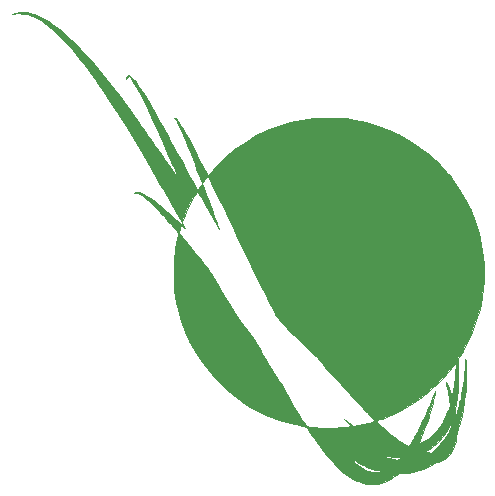
<source format=gbr>
G04 #@! TF.GenerationSoftware,KiCad,Pcbnew,(5.0.2)-1*
G04 #@! TF.CreationDate,2019-12-13T17:07:51-06:00*
G04 #@! TF.ProjectId,Arm-EStop_Hardware,41726d2d-4553-4746-9f70-5f4861726477,rev?*
G04 #@! TF.SameCoordinates,Original*
G04 #@! TF.FileFunction,Legend,Bot*
G04 #@! TF.FilePolarity,Positive*
%FSLAX46Y46*%
G04 Gerber Fmt 4.6, Leading zero omitted, Abs format (unit mm)*
G04 Created by KiCad (PCBNEW (5.0.2)-1) date 12/13/2019 5:07:51 PM*
%MOMM*%
%LPD*%
G01*
G04 APERTURE LIST*
%ADD10C,0.010000*%
G04 APERTURE END LIST*
D10*
G04 #@! TO.C,G\002A\002A\002A*
G36*
X158712008Y-91024022D02*
X158450186Y-91061784D01*
X158237011Y-91123759D01*
X158204495Y-91137838D01*
X158074000Y-91198310D01*
X158194000Y-91178011D01*
X158611646Y-91131171D01*
X159002836Y-91134290D01*
X159349802Y-91187174D01*
X159364128Y-91190730D01*
X159768451Y-91323694D01*
X160189782Y-91522936D01*
X160629558Y-91789625D01*
X161089219Y-92124932D01*
X161570199Y-92530026D01*
X162073937Y-93006076D01*
X162601870Y-93554254D01*
X163155434Y-94175728D01*
X163431277Y-94501138D01*
X163686830Y-94809781D01*
X163930974Y-95110754D01*
X164167534Y-95409587D01*
X164400337Y-95711812D01*
X164633207Y-96022959D01*
X164869972Y-96348558D01*
X165114456Y-96694140D01*
X165370487Y-97065235D01*
X165641889Y-97467374D01*
X165932489Y-97906088D01*
X166246113Y-98386908D01*
X166586586Y-98915362D01*
X166957734Y-99496983D01*
X167363384Y-100137301D01*
X167704280Y-100678000D01*
X168481659Y-101931579D01*
X169229356Y-103174320D01*
X169935351Y-104386163D01*
X170113031Y-104698000D01*
X170273607Y-104979740D01*
X170459639Y-105303781D01*
X170655812Y-105643592D01*
X170846812Y-105972643D01*
X171014400Y-106259425D01*
X171181320Y-106545561D01*
X171364422Y-106862441D01*
X171549575Y-107185410D01*
X171722646Y-107489813D01*
X171869505Y-107750997D01*
X171874204Y-107759425D01*
X172000858Y-107986273D01*
X172121012Y-108200758D01*
X172226670Y-108388665D01*
X172309839Y-108535778D01*
X172362525Y-108627880D01*
X172364184Y-108630732D01*
X172464805Y-108803465D01*
X172620092Y-108390732D01*
X172701540Y-108186609D01*
X172802800Y-107952175D01*
X172918792Y-107697397D01*
X173044437Y-107432240D01*
X173174655Y-107166671D01*
X173304365Y-106910656D01*
X173428488Y-106674161D01*
X173541943Y-106467151D01*
X173639650Y-106299593D01*
X173716530Y-106181452D01*
X173767503Y-106122696D01*
X173778577Y-106118000D01*
X173805454Y-106151442D01*
X173863149Y-106244177D01*
X173945006Y-106384815D01*
X174044370Y-106561970D01*
X174135057Y-106728000D01*
X174281488Y-106998105D01*
X174438507Y-107285897D01*
X174601333Y-107582778D01*
X174765182Y-107880152D01*
X174925274Y-108169425D01*
X175076825Y-108441999D01*
X175215055Y-108689280D01*
X175335181Y-108902670D01*
X175432421Y-109073575D01*
X175501993Y-109193398D01*
X175539114Y-109253544D01*
X175542529Y-109258000D01*
X175545304Y-109240441D01*
X175524042Y-109161577D01*
X175482785Y-109035015D01*
X175441524Y-108918000D01*
X175341317Y-108642664D01*
X175229929Y-108338929D01*
X175110543Y-108015274D01*
X174986342Y-107680180D01*
X174860511Y-107342127D01*
X174736234Y-107009594D01*
X174616694Y-106691062D01*
X174505075Y-106395011D01*
X174404561Y-106129920D01*
X174318336Y-105904270D01*
X174249583Y-105726541D01*
X174201486Y-105605212D01*
X174177229Y-105548764D01*
X174175514Y-105546000D01*
X174141775Y-105561642D01*
X174078495Y-105631662D01*
X173997791Y-105742142D01*
X173975303Y-105776000D01*
X173891869Y-105899312D01*
X173823866Y-105991102D01*
X173783463Y-106035174D01*
X173779302Y-106036856D01*
X173753976Y-106002804D01*
X173697041Y-105908050D01*
X173614188Y-105762664D01*
X173511112Y-105576712D01*
X173393505Y-105360265D01*
X173334000Y-105249312D01*
X173193870Y-104988403D01*
X173026096Y-104678389D01*
X172841998Y-104340040D01*
X172652891Y-103994122D01*
X172470095Y-103661404D01*
X172359139Y-103460456D01*
X172198075Y-103168970D01*
X172008877Y-102825749D01*
X171801714Y-102449292D01*
X171586756Y-102058096D01*
X171374172Y-101670662D01*
X171174132Y-101305487D01*
X171104393Y-101178000D01*
X170780274Y-100589935D01*
X170461913Y-100021471D01*
X170152759Y-99478393D01*
X169856261Y-98966486D01*
X169575867Y-98491535D01*
X169315026Y-98059328D01*
X169077186Y-97675648D01*
X168865796Y-97346281D01*
X168684306Y-97077013D01*
X168547221Y-96888014D01*
X168355200Y-96656477D01*
X168183944Y-96490004D01*
X168036290Y-96390182D01*
X167915076Y-96358593D01*
X167823142Y-96396824D01*
X167780421Y-96459882D01*
X167740822Y-96566731D01*
X167734007Y-96629550D01*
X167756543Y-96637938D01*
X167804996Y-96581499D01*
X167815220Y-96565273D01*
X167892407Y-96471520D01*
X167964121Y-96445317D01*
X167965071Y-96445487D01*
X168040244Y-96493470D01*
X168144357Y-96613286D01*
X168276145Y-96802693D01*
X168434342Y-97059443D01*
X168617685Y-97381294D01*
X168824907Y-97766000D01*
X169054743Y-98211316D01*
X169305930Y-98714998D01*
X169577201Y-99274801D01*
X169674012Y-99478000D01*
X169769354Y-99681159D01*
X169885724Y-99932809D01*
X170020193Y-100226366D01*
X170169834Y-100555247D01*
X170331718Y-100912869D01*
X170502918Y-101292650D01*
X170680505Y-101688005D01*
X170861551Y-102092353D01*
X171043129Y-102499109D01*
X171222310Y-102901691D01*
X171396166Y-103293515D01*
X171561769Y-103667999D01*
X171716191Y-104018560D01*
X171856504Y-104338614D01*
X171979780Y-104621578D01*
X172083090Y-104860869D01*
X172163508Y-105049905D01*
X172218104Y-105182102D01*
X172243951Y-105250876D01*
X172245466Y-105259345D01*
X172220977Y-105230723D01*
X172158266Y-105144473D01*
X172063537Y-105009499D01*
X171942992Y-104834705D01*
X171802836Y-104628994D01*
X171694000Y-104467834D01*
X171512571Y-104199895D01*
X171297775Y-103885501D01*
X171055095Y-103532486D01*
X170790014Y-103148684D01*
X170508015Y-102741927D01*
X170214580Y-102320048D01*
X169915192Y-101890881D01*
X169615333Y-101462258D01*
X169320487Y-101042014D01*
X169036135Y-100637980D01*
X168767761Y-100257990D01*
X168520847Y-99909877D01*
X168300876Y-99601475D01*
X168113331Y-99340616D01*
X167963694Y-99135134D01*
X167921478Y-99078000D01*
X167191298Y-98107070D01*
X166494956Y-97206332D01*
X165830944Y-96374212D01*
X165197752Y-95609136D01*
X164593869Y-94909530D01*
X164017787Y-94273818D01*
X163467995Y-93700427D01*
X162942983Y-93187783D01*
X162441243Y-92734311D01*
X161961263Y-92338437D01*
X161501534Y-91998586D01*
X161060546Y-91713185D01*
X160636790Y-91480659D01*
X160634000Y-91479273D01*
X160318126Y-91328521D01*
X160049282Y-91215353D01*
X159807775Y-91133216D01*
X159573914Y-91075556D01*
X159328006Y-91035822D01*
X159285759Y-91030635D01*
X158998519Y-91012847D01*
X158712008Y-91024022D01*
X158712008Y-91024022D01*
G37*
X158712008Y-91024022D02*
X158450186Y-91061784D01*
X158237011Y-91123759D01*
X158204495Y-91137838D01*
X158074000Y-91198310D01*
X158194000Y-91178011D01*
X158611646Y-91131171D01*
X159002836Y-91134290D01*
X159349802Y-91187174D01*
X159364128Y-91190730D01*
X159768451Y-91323694D01*
X160189782Y-91522936D01*
X160629558Y-91789625D01*
X161089219Y-92124932D01*
X161570199Y-92530026D01*
X162073937Y-93006076D01*
X162601870Y-93554254D01*
X163155434Y-94175728D01*
X163431277Y-94501138D01*
X163686830Y-94809781D01*
X163930974Y-95110754D01*
X164167534Y-95409587D01*
X164400337Y-95711812D01*
X164633207Y-96022959D01*
X164869972Y-96348558D01*
X165114456Y-96694140D01*
X165370487Y-97065235D01*
X165641889Y-97467374D01*
X165932489Y-97906088D01*
X166246113Y-98386908D01*
X166586586Y-98915362D01*
X166957734Y-99496983D01*
X167363384Y-100137301D01*
X167704280Y-100678000D01*
X168481659Y-101931579D01*
X169229356Y-103174320D01*
X169935351Y-104386163D01*
X170113031Y-104698000D01*
X170273607Y-104979740D01*
X170459639Y-105303781D01*
X170655812Y-105643592D01*
X170846812Y-105972643D01*
X171014400Y-106259425D01*
X171181320Y-106545561D01*
X171364422Y-106862441D01*
X171549575Y-107185410D01*
X171722646Y-107489813D01*
X171869505Y-107750997D01*
X171874204Y-107759425D01*
X172000858Y-107986273D01*
X172121012Y-108200758D01*
X172226670Y-108388665D01*
X172309839Y-108535778D01*
X172362525Y-108627880D01*
X172364184Y-108630732D01*
X172464805Y-108803465D01*
X172620092Y-108390732D01*
X172701540Y-108186609D01*
X172802800Y-107952175D01*
X172918792Y-107697397D01*
X173044437Y-107432240D01*
X173174655Y-107166671D01*
X173304365Y-106910656D01*
X173428488Y-106674161D01*
X173541943Y-106467151D01*
X173639650Y-106299593D01*
X173716530Y-106181452D01*
X173767503Y-106122696D01*
X173778577Y-106118000D01*
X173805454Y-106151442D01*
X173863149Y-106244177D01*
X173945006Y-106384815D01*
X174044370Y-106561970D01*
X174135057Y-106728000D01*
X174281488Y-106998105D01*
X174438507Y-107285897D01*
X174601333Y-107582778D01*
X174765182Y-107880152D01*
X174925274Y-108169425D01*
X175076825Y-108441999D01*
X175215055Y-108689280D01*
X175335181Y-108902670D01*
X175432421Y-109073575D01*
X175501993Y-109193398D01*
X175539114Y-109253544D01*
X175542529Y-109258000D01*
X175545304Y-109240441D01*
X175524042Y-109161577D01*
X175482785Y-109035015D01*
X175441524Y-108918000D01*
X175341317Y-108642664D01*
X175229929Y-108338929D01*
X175110543Y-108015274D01*
X174986342Y-107680180D01*
X174860511Y-107342127D01*
X174736234Y-107009594D01*
X174616694Y-106691062D01*
X174505075Y-106395011D01*
X174404561Y-106129920D01*
X174318336Y-105904270D01*
X174249583Y-105726541D01*
X174201486Y-105605212D01*
X174177229Y-105548764D01*
X174175514Y-105546000D01*
X174141775Y-105561642D01*
X174078495Y-105631662D01*
X173997791Y-105742142D01*
X173975303Y-105776000D01*
X173891869Y-105899312D01*
X173823866Y-105991102D01*
X173783463Y-106035174D01*
X173779302Y-106036856D01*
X173753976Y-106002804D01*
X173697041Y-105908050D01*
X173614188Y-105762664D01*
X173511112Y-105576712D01*
X173393505Y-105360265D01*
X173334000Y-105249312D01*
X173193870Y-104988403D01*
X173026096Y-104678389D01*
X172841998Y-104340040D01*
X172652891Y-103994122D01*
X172470095Y-103661404D01*
X172359139Y-103460456D01*
X172198075Y-103168970D01*
X172008877Y-102825749D01*
X171801714Y-102449292D01*
X171586756Y-102058096D01*
X171374172Y-101670662D01*
X171174132Y-101305487D01*
X171104393Y-101178000D01*
X170780274Y-100589935D01*
X170461913Y-100021471D01*
X170152759Y-99478393D01*
X169856261Y-98966486D01*
X169575867Y-98491535D01*
X169315026Y-98059328D01*
X169077186Y-97675648D01*
X168865796Y-97346281D01*
X168684306Y-97077013D01*
X168547221Y-96888014D01*
X168355200Y-96656477D01*
X168183944Y-96490004D01*
X168036290Y-96390182D01*
X167915076Y-96358593D01*
X167823142Y-96396824D01*
X167780421Y-96459882D01*
X167740822Y-96566731D01*
X167734007Y-96629550D01*
X167756543Y-96637938D01*
X167804996Y-96581499D01*
X167815220Y-96565273D01*
X167892407Y-96471520D01*
X167964121Y-96445317D01*
X167965071Y-96445487D01*
X168040244Y-96493470D01*
X168144357Y-96613286D01*
X168276145Y-96802693D01*
X168434342Y-97059443D01*
X168617685Y-97381294D01*
X168824907Y-97766000D01*
X169054743Y-98211316D01*
X169305930Y-98714998D01*
X169577201Y-99274801D01*
X169674012Y-99478000D01*
X169769354Y-99681159D01*
X169885724Y-99932809D01*
X170020193Y-100226366D01*
X170169834Y-100555247D01*
X170331718Y-100912869D01*
X170502918Y-101292650D01*
X170680505Y-101688005D01*
X170861551Y-102092353D01*
X171043129Y-102499109D01*
X171222310Y-102901691D01*
X171396166Y-103293515D01*
X171561769Y-103667999D01*
X171716191Y-104018560D01*
X171856504Y-104338614D01*
X171979780Y-104621578D01*
X172083090Y-104860869D01*
X172163508Y-105049905D01*
X172218104Y-105182102D01*
X172243951Y-105250876D01*
X172245466Y-105259345D01*
X172220977Y-105230723D01*
X172158266Y-105144473D01*
X172063537Y-105009499D01*
X171942992Y-104834705D01*
X171802836Y-104628994D01*
X171694000Y-104467834D01*
X171512571Y-104199895D01*
X171297775Y-103885501D01*
X171055095Y-103532486D01*
X170790014Y-103148684D01*
X170508015Y-102741927D01*
X170214580Y-102320048D01*
X169915192Y-101890881D01*
X169615333Y-101462258D01*
X169320487Y-101042014D01*
X169036135Y-100637980D01*
X168767761Y-100257990D01*
X168520847Y-99909877D01*
X168300876Y-99601475D01*
X168113331Y-99340616D01*
X167963694Y-99135134D01*
X167921478Y-99078000D01*
X167191298Y-98107070D01*
X166494956Y-97206332D01*
X165830944Y-96374212D01*
X165197752Y-95609136D01*
X164593869Y-94909530D01*
X164017787Y-94273818D01*
X163467995Y-93700427D01*
X162942983Y-93187783D01*
X162441243Y-92734311D01*
X161961263Y-92338437D01*
X161501534Y-91998586D01*
X161060546Y-91713185D01*
X160636790Y-91480659D01*
X160634000Y-91479273D01*
X160318126Y-91328521D01*
X160049282Y-91215353D01*
X159807775Y-91133216D01*
X159573914Y-91075556D01*
X159328006Y-91035822D01*
X159285759Y-91030635D01*
X158998519Y-91012847D01*
X158712008Y-91024022D01*
G36*
X175574000Y-109338000D02*
X175594000Y-109358000D01*
X175614000Y-109338000D01*
X175594000Y-109318000D01*
X175574000Y-109338000D01*
X175574000Y-109338000D01*
G37*
X175574000Y-109338000D02*
X175594000Y-109358000D01*
X175614000Y-109338000D01*
X175594000Y-109318000D01*
X175574000Y-109338000D01*
G36*
X171821220Y-99941799D02*
X171842167Y-99990011D01*
X171910287Y-100092570D01*
X171949369Y-100147907D01*
X172022480Y-100255826D01*
X172094113Y-100374280D01*
X172168763Y-100512743D01*
X172250925Y-100680687D01*
X172345095Y-100887585D01*
X172455766Y-101142909D01*
X172587435Y-101456132D01*
X172704657Y-101739570D01*
X172804350Y-101984307D01*
X172927307Y-102290193D01*
X173068195Y-102643662D01*
X173221684Y-103031147D01*
X173382443Y-103439081D01*
X173545142Y-103853897D01*
X173704449Y-104262030D01*
X173855035Y-104649912D01*
X173991567Y-105003977D01*
X174108717Y-105310658D01*
X174132027Y-105372187D01*
X174175205Y-105486375D01*
X174399567Y-105179152D01*
X174498766Y-105050708D01*
X174582531Y-104955881D01*
X174639270Y-104907091D01*
X174655411Y-104904964D01*
X174677795Y-104945802D01*
X174731900Y-105052650D01*
X174814752Y-105219435D01*
X174923380Y-105440080D01*
X175054811Y-105708511D01*
X175206074Y-106018651D01*
X175374196Y-106364427D01*
X175556206Y-106739762D01*
X175749131Y-107138582D01*
X175826121Y-107298000D01*
X176269371Y-108215694D01*
X176680681Y-109066112D01*
X177062480Y-109854219D01*
X177417195Y-110584980D01*
X177747255Y-111263361D01*
X178055088Y-111894326D01*
X178343124Y-112482842D01*
X178613790Y-113033872D01*
X178869514Y-113552382D01*
X179112725Y-114043338D01*
X179345852Y-114511704D01*
X179571323Y-114962446D01*
X179699666Y-115218000D01*
X179873613Y-115565912D01*
X180022149Y-115864996D01*
X180150556Y-116122118D01*
X180264116Y-116344147D01*
X180368114Y-116537950D01*
X180467830Y-116710394D01*
X180568548Y-116868346D01*
X180675551Y-117018674D01*
X180794121Y-117168246D01*
X180929541Y-117323928D01*
X181087093Y-117492589D01*
X181272061Y-117681096D01*
X181489727Y-117896315D01*
X181745373Y-118145116D01*
X182044282Y-118434364D01*
X182391738Y-118770928D01*
X182554000Y-118928615D01*
X182846678Y-119214996D01*
X183133017Y-119498172D01*
X183405545Y-119770549D01*
X183656792Y-120024532D01*
X183879287Y-120252527D01*
X184065557Y-120446937D01*
X184208131Y-120600169D01*
X184291123Y-120694445D01*
X184516832Y-120959830D01*
X184790528Y-121273635D01*
X185104209Y-121627143D01*
X185449867Y-122011633D01*
X185819500Y-122418388D01*
X186205102Y-122838691D01*
X186598668Y-123263822D01*
X186992194Y-123685063D01*
X187377674Y-124093696D01*
X187747104Y-124481003D01*
X188092480Y-124838265D01*
X188148994Y-124896171D01*
X188340133Y-125092268D01*
X188510797Y-125268426D01*
X188653611Y-125416943D01*
X188761197Y-125530118D01*
X188826181Y-125600250D01*
X188842496Y-125620242D01*
X188793331Y-125637759D01*
X188681937Y-125669807D01*
X188523912Y-125712410D01*
X188334856Y-125761593D01*
X188130370Y-125813377D01*
X187926052Y-125863787D01*
X187737503Y-125908847D01*
X187580322Y-125944579D01*
X187519597Y-125957455D01*
X187262703Y-126005895D01*
X187076007Y-126031406D01*
X186953205Y-126034458D01*
X186887992Y-126015516D01*
X186878335Y-126005013D01*
X186840119Y-125967309D01*
X186753647Y-125892374D01*
X186633432Y-125792578D01*
X186545975Y-125721763D01*
X186234000Y-125471499D01*
X186549673Y-125769233D01*
X186865346Y-126066968D01*
X186729673Y-126091249D01*
X186489197Y-126126031D01*
X186200969Y-126154206D01*
X185875911Y-126175854D01*
X185524943Y-126191055D01*
X185158987Y-126199888D01*
X184788964Y-126202434D01*
X184425794Y-126198772D01*
X184080398Y-126188983D01*
X183763698Y-126173146D01*
X183486615Y-126151341D01*
X183260069Y-126123649D01*
X183094981Y-126090149D01*
X183023451Y-126064118D01*
X182977712Y-126016925D01*
X182896759Y-125907246D01*
X182784904Y-125742149D01*
X182646461Y-125528699D01*
X182485744Y-125273965D01*
X182307066Y-124985012D01*
X182114742Y-124668908D01*
X181913084Y-124332719D01*
X181706407Y-123983511D01*
X181499023Y-123628353D01*
X181295248Y-123274309D01*
X181099393Y-122928447D01*
X180993134Y-122738000D01*
X180824517Y-122439126D01*
X180643422Y-122127091D01*
X180460406Y-121819473D01*
X180286026Y-121533850D01*
X180130839Y-121287799D01*
X180032173Y-121138000D01*
X179884553Y-120912595D01*
X179713115Y-120638739D01*
X179531355Y-120338744D01*
X179352770Y-120034924D01*
X179190856Y-119749592D01*
X179174657Y-119720317D01*
X178975869Y-119369120D01*
X178780389Y-119044532D01*
X178574155Y-118724732D01*
X178343108Y-118387901D01*
X178079099Y-118020317D01*
X177513748Y-117230416D01*
X176979508Y-116449998D01*
X176463960Y-115659815D01*
X175954684Y-114840619D01*
X175439261Y-113973165D01*
X175199753Y-113558000D01*
X175056035Y-113311039D01*
X174925254Y-113097866D01*
X174795622Y-112901778D01*
X174655350Y-112706070D01*
X174492651Y-112494039D01*
X174295737Y-112248980D01*
X174155319Y-112078000D01*
X173961522Y-111842923D01*
X173768754Y-111608441D01*
X173587946Y-111387898D01*
X173430029Y-111194640D01*
X173305934Y-111042009D01*
X173254278Y-110978000D01*
X173129962Y-110824856D01*
X172972563Y-110633363D01*
X172800782Y-110426152D01*
X172633317Y-110225853D01*
X172605629Y-110192939D01*
X172469278Y-110027837D01*
X172353579Y-109881672D01*
X172267571Y-109766346D01*
X172220292Y-109693759D01*
X172214000Y-109677251D01*
X172224672Y-109617184D01*
X172252131Y-109508020D01*
X172289546Y-109373270D01*
X172330084Y-109236446D01*
X172366913Y-109121059D01*
X172393201Y-109050621D01*
X172399039Y-109040494D01*
X172433965Y-109056691D01*
X172509018Y-109116132D01*
X172602097Y-109200494D01*
X172694408Y-109283680D01*
X172737622Y-109311243D01*
X172729243Y-109281637D01*
X172727039Y-109278000D01*
X172671116Y-109180760D01*
X172602316Y-109053047D01*
X172575172Y-109000557D01*
X172520586Y-108897953D01*
X172487108Y-108858112D01*
X172460749Y-108871906D01*
X172437785Y-108910928D01*
X172416257Y-108943656D01*
X172389068Y-108954871D01*
X172345936Y-108938145D01*
X172276579Y-108887048D01*
X172170715Y-108795150D01*
X172018060Y-108656023D01*
X171992395Y-108632434D01*
X171539662Y-108219673D01*
X171136334Y-107859690D01*
X170776452Y-107547516D01*
X170454056Y-107278181D01*
X170163190Y-107046715D01*
X169897893Y-106848148D01*
X169652207Y-106677510D01*
X169634000Y-106665432D01*
X169308363Y-106463799D01*
X169029716Y-106320267D01*
X168799445Y-106235328D01*
X168618935Y-106209474D01*
X168489572Y-106243197D01*
X168474000Y-106253932D01*
X168431300Y-106291334D01*
X168439249Y-106309599D01*
X168509435Y-106315849D01*
X168576169Y-106316727D01*
X168754498Y-106343176D01*
X168931433Y-106427814D01*
X168939312Y-106432770D01*
X169079414Y-106531760D01*
X169260870Y-106674897D01*
X169468938Y-106849294D01*
X169688875Y-107042061D01*
X169905938Y-107240310D01*
X170105384Y-107431154D01*
X170254000Y-107582084D01*
X170377427Y-107713651D01*
X170533784Y-107882329D01*
X170714862Y-108079074D01*
X170912455Y-108294846D01*
X171118354Y-108520602D01*
X171324353Y-108747298D01*
X171522243Y-108965894D01*
X171703818Y-109167346D01*
X171860869Y-109342613D01*
X171985190Y-109482651D01*
X172068572Y-109578419D01*
X172095924Y-109611360D01*
X172184087Y-109723440D01*
X172075899Y-110210720D01*
X171987028Y-110633960D01*
X171917925Y-111021305D01*
X171865976Y-111395367D01*
X171828567Y-111778760D01*
X171803082Y-112194098D01*
X171786907Y-112663996D01*
X171785541Y-112721885D01*
X171780527Y-113372168D01*
X171797958Y-113965773D01*
X171839907Y-114523385D01*
X171908447Y-115065689D01*
X172005651Y-115613371D01*
X172132273Y-116181673D01*
X172409159Y-117156704D01*
X172759199Y-118102823D01*
X173179575Y-119016184D01*
X173667469Y-119892946D01*
X174220066Y-120729265D01*
X174834547Y-121521298D01*
X175508096Y-122265202D01*
X176237896Y-122957133D01*
X177021129Y-123593249D01*
X177854978Y-124169707D01*
X178098207Y-124320545D01*
X178928322Y-124781373D01*
X179796677Y-125184486D01*
X180689968Y-125524873D01*
X181594889Y-125797521D01*
X182498135Y-125997417D01*
X182594000Y-126014266D01*
X182804271Y-126057067D01*
X182939944Y-126101210D01*
X183005383Y-126146962D01*
X183041669Y-126198705D01*
X183116421Y-126306483D01*
X183222800Y-126460394D01*
X183353968Y-126650537D01*
X183503088Y-126867010D01*
X183620746Y-127038000D01*
X184059713Y-127661200D01*
X184472657Y-128215462D01*
X184864081Y-128705794D01*
X185238489Y-129137206D01*
X185600386Y-129514705D01*
X185954276Y-129843300D01*
X186304662Y-130128000D01*
X186569096Y-130316561D01*
X186802154Y-130458859D01*
X187070452Y-130599890D01*
X187348540Y-130727874D01*
X187610968Y-130831031D01*
X187816043Y-130893722D01*
X188144073Y-130951962D01*
X188499032Y-130977861D01*
X188846053Y-130970223D01*
X189101728Y-130937813D01*
X189575745Y-130807339D01*
X190030044Y-130599481D01*
X190464016Y-130314539D01*
X190614238Y-130193919D01*
X190730189Y-130103624D01*
X190824574Y-130056754D01*
X190931882Y-130039658D01*
X191008151Y-130038000D01*
X191544198Y-130006583D01*
X192088116Y-129915855D01*
X192217471Y-129880747D01*
X189261369Y-129880747D01*
X189205992Y-129915480D01*
X189154000Y-129931716D01*
X189078133Y-129940445D01*
X188946909Y-129944723D01*
X188784879Y-129943914D01*
X188734000Y-129942587D01*
X188500668Y-129925740D01*
X188308133Y-129886982D01*
X188142849Y-129829172D01*
X187872466Y-129705718D01*
X187630492Y-129564342D01*
X187395355Y-129390226D01*
X187145483Y-129168551D01*
X187056897Y-129083203D01*
X186926170Y-128952974D01*
X186829005Y-128851635D01*
X186772598Y-128787094D01*
X186764150Y-128767259D01*
X186774000Y-128772435D01*
X187187437Y-129029212D01*
X187544668Y-129233979D01*
X187848740Y-129388480D01*
X187863293Y-129395236D01*
X188077953Y-129487243D01*
X188323801Y-129581267D01*
X188578598Y-129669830D01*
X188820108Y-129745454D01*
X189026089Y-129800660D01*
X189134499Y-129822719D01*
X189237391Y-129849006D01*
X189261369Y-129880747D01*
X192217471Y-129880747D01*
X192621477Y-129771097D01*
X193125852Y-129577594D01*
X193582813Y-129340627D01*
X193701902Y-129265799D01*
X193839643Y-129185655D01*
X193975034Y-129123364D01*
X194054000Y-129098436D01*
X194158153Y-129067494D01*
X194304538Y-129011602D01*
X194464043Y-128942004D01*
X194487308Y-128931074D01*
X194807291Y-128735546D01*
X194807809Y-128735059D01*
X190912501Y-128735059D01*
X190899233Y-128766771D01*
X190861843Y-128809650D01*
X190853020Y-128819043D01*
X190802978Y-128868390D01*
X190753246Y-128898898D01*
X190688356Y-128911035D01*
X190592840Y-128905267D01*
X190451228Y-128882061D01*
X190248053Y-128841885D01*
X190228404Y-128837896D01*
X190064943Y-128801449D01*
X189877676Y-128754563D01*
X189681079Y-128701519D01*
X189489631Y-128646601D01*
X189317807Y-128594089D01*
X189180085Y-128548266D01*
X189090943Y-128513412D01*
X189064857Y-128493810D01*
X189064887Y-128493780D01*
X189108151Y-128493614D01*
X189210981Y-128505757D01*
X189354309Y-128527788D01*
X189415357Y-128538238D01*
X189589862Y-128564788D01*
X189814826Y-128593100D01*
X190060875Y-128619741D01*
X190292617Y-128640795D01*
X190538986Y-128660901D01*
X190714891Y-128677433D01*
X190829599Y-128693338D01*
X190892379Y-128711564D01*
X190912501Y-128735059D01*
X194807809Y-128735059D01*
X195084741Y-128475188D01*
X195316979Y-128154537D01*
X195501330Y-127778129D01*
X195635114Y-127350500D01*
X195715656Y-126876184D01*
X195718911Y-126844591D01*
X195747056Y-126672587D01*
X195796486Y-126468628D01*
X195856995Y-126274299D01*
X195862894Y-126258000D01*
X196019462Y-125776100D01*
X196039607Y-125698000D01*
X195260137Y-125698000D01*
X195242688Y-125984107D01*
X195225009Y-126158336D01*
X195189006Y-126301180D01*
X195123169Y-126450636D01*
X195073028Y-126544107D01*
X194732658Y-127094654D01*
X194363104Y-127572909D01*
X193961826Y-127982014D01*
X193794000Y-128125266D01*
X193554000Y-128319694D01*
X193294000Y-128294902D01*
X193158566Y-128279935D01*
X193058642Y-128265043D01*
X193017334Y-128254054D01*
X193008764Y-128243285D01*
X193016399Y-128229083D01*
X193052813Y-128202545D01*
X193130581Y-128154767D01*
X193262278Y-128076845D01*
X193294000Y-128058154D01*
X193731174Y-127763580D01*
X194123721Y-127419126D01*
X194478033Y-127017663D01*
X194800499Y-126552065D01*
X195061315Y-126086926D01*
X195260137Y-125698000D01*
X196039607Y-125698000D01*
X196161758Y-125224450D01*
X196287856Y-124612339D01*
X196395832Y-123949058D01*
X196480089Y-123278000D01*
X196498467Y-123068564D01*
X196513887Y-122813743D01*
X196526263Y-122525672D01*
X196535512Y-122216487D01*
X196541548Y-121898321D01*
X196544286Y-121583311D01*
X196543641Y-121283591D01*
X196539528Y-121011296D01*
X196531862Y-120778562D01*
X196520559Y-120597524D01*
X196505532Y-120480316D01*
X196499836Y-120458000D01*
X196477788Y-120397489D01*
X196465539Y-120394424D01*
X196459643Y-120456885D01*
X196457211Y-120558000D01*
X196444225Y-120875799D01*
X196416235Y-121253192D01*
X196375607Y-121671680D01*
X196324707Y-122112766D01*
X196265899Y-122557952D01*
X196201550Y-122988738D01*
X196134023Y-123386627D01*
X196065686Y-123733122D01*
X196032599Y-123878629D01*
X195971483Y-124122242D01*
X195906706Y-124362507D01*
X195841968Y-124587535D01*
X195780969Y-124785434D01*
X195727407Y-124944313D01*
X195684984Y-125052282D01*
X195657398Y-125097451D01*
X195653329Y-125097584D01*
X195616587Y-125032833D01*
X195598221Y-124905635D01*
X195598202Y-124731397D01*
X195616501Y-124525528D01*
X195653089Y-124303435D01*
X195654867Y-124294748D01*
X195712808Y-123996618D01*
X195759891Y-123711266D01*
X195797229Y-123425112D01*
X195825935Y-123124575D01*
X195847125Y-122796075D01*
X195861912Y-122426031D01*
X195871409Y-122000862D01*
X195876060Y-121598000D01*
X195882295Y-120819006D01*
X195652043Y-120819006D01*
X195648201Y-120974434D01*
X195640266Y-121167962D01*
X195628934Y-121385705D01*
X195614901Y-121613776D01*
X195598862Y-121838288D01*
X195581514Y-122045354D01*
X195570499Y-122158000D01*
X195548278Y-122345752D01*
X195518754Y-122561044D01*
X195484553Y-122788171D01*
X195448302Y-123011427D01*
X195412627Y-123215107D01*
X195380154Y-123383507D01*
X195353509Y-123500923D01*
X195338111Y-123547673D01*
X195316513Y-123531428D01*
X195276897Y-123451309D01*
X195224677Y-123319936D01*
X195165265Y-123149927D01*
X195157957Y-123127673D01*
X195067967Y-122859314D01*
X194987492Y-122633962D01*
X194919577Y-122459279D01*
X194867265Y-122342930D01*
X194833602Y-122292577D01*
X194826167Y-122292500D01*
X194827511Y-122335811D01*
X194843444Y-122441756D01*
X194871325Y-122594847D01*
X194908514Y-122779597D01*
X194912262Y-122797415D01*
X194963335Y-123049604D01*
X195017732Y-123334968D01*
X195067540Y-123611285D01*
X195093165Y-123762709D01*
X195171036Y-124240024D01*
X195049486Y-124589012D01*
X194947777Y-124856627D01*
X194822007Y-125150087D01*
X194682770Y-125447351D01*
X194540656Y-125726377D01*
X194406260Y-125965127D01*
X194331231Y-126083588D01*
X194140485Y-126336212D01*
X193909011Y-126596454D01*
X193661061Y-126839132D01*
X193420887Y-127039063D01*
X193387612Y-127063394D01*
X193266548Y-127143000D01*
X193117466Y-127230708D01*
X192956340Y-127318439D01*
X192799144Y-127398115D01*
X192661853Y-127461656D01*
X192560443Y-127500986D01*
X192510887Y-127508025D01*
X192509915Y-127507248D01*
X192517279Y-127465662D01*
X192551868Y-127370720D01*
X192606643Y-127241354D01*
X192618812Y-127214312D01*
X192736907Y-126942543D01*
X192869754Y-126617235D01*
X193008656Y-126261335D01*
X193144916Y-125897792D01*
X193269838Y-125549554D01*
X193374724Y-125239567D01*
X193413275Y-125118000D01*
X193479935Y-124895183D01*
X193551857Y-124643352D01*
X193625805Y-124375080D01*
X193698542Y-124102940D01*
X193766831Y-123839503D01*
X193827435Y-123597343D01*
X193877118Y-123389031D01*
X193912644Y-123227141D01*
X193930775Y-123124244D01*
X193932421Y-123101443D01*
X193917837Y-123116769D01*
X193877155Y-123198530D01*
X193813814Y-123338815D01*
X193731253Y-123529710D01*
X193632911Y-123763304D01*
X193522226Y-124031685D01*
X193438442Y-124238000D01*
X193262783Y-124669705D01*
X193108339Y-125040347D01*
X192968586Y-125363900D01*
X192837000Y-125654337D01*
X192707058Y-125925632D01*
X192572235Y-126191759D01*
X192426006Y-126466692D01*
X192261849Y-126764403D01*
X192244113Y-126796114D01*
X192084571Y-127078977D01*
X191957316Y-127298771D01*
X191857057Y-127463053D01*
X191778504Y-127579381D01*
X191716369Y-127655312D01*
X191665361Y-127698403D01*
X191620192Y-127716212D01*
X191598875Y-127718000D01*
X191526380Y-127696693D01*
X191406925Y-127639185D01*
X191259133Y-127555097D01*
X191148044Y-127485084D01*
X190984994Y-127372898D01*
X190783065Y-127226255D01*
X190564814Y-127061938D01*
X190352798Y-126896729D01*
X190293667Y-126849409D01*
X190255324Y-126818000D01*
X187934000Y-126818000D01*
X187914000Y-126838000D01*
X187894000Y-126818000D01*
X187914000Y-126798000D01*
X187934000Y-126818000D01*
X190255324Y-126818000D01*
X190214040Y-126784182D01*
X187854000Y-126784182D01*
X187823424Y-126776605D01*
X187732025Y-126718000D01*
X187580304Y-126608718D01*
X187368758Y-126449111D01*
X187261476Y-126366603D01*
X187126768Y-126259599D01*
X187021965Y-126170693D01*
X186959371Y-126110692D01*
X186947674Y-126090992D01*
X186982906Y-126107941D01*
X187066681Y-126164474D01*
X187185203Y-126250040D01*
X187324675Y-126354087D01*
X187471300Y-126466061D01*
X187611282Y-126575412D01*
X187730824Y-126671587D01*
X187816129Y-126744033D01*
X187853401Y-126782199D01*
X187854000Y-126784182D01*
X190214040Y-126784182D01*
X190121500Y-126708379D01*
X189932472Y-126549736D01*
X189735742Y-126381589D01*
X189540470Y-126212051D01*
X189355813Y-126049231D01*
X189190932Y-125901240D01*
X189054984Y-125776189D01*
X188957130Y-125682189D01*
X188906528Y-125627351D01*
X188901952Y-125616981D01*
X188941964Y-125599447D01*
X189042241Y-125560260D01*
X189187873Y-125505133D01*
X189363950Y-125439780D01*
X189372948Y-125436471D01*
X190304595Y-125053080D01*
X191203936Y-124601144D01*
X192065571Y-124084657D01*
X192884096Y-123507611D01*
X193654111Y-122873996D01*
X194370213Y-122187807D01*
X195027000Y-121453034D01*
X195392229Y-120988000D01*
X195493237Y-120855435D01*
X195576541Y-120751165D01*
X195630786Y-120689138D01*
X195644665Y-120678000D01*
X195651096Y-120715566D01*
X195652043Y-120819006D01*
X195882295Y-120819006D01*
X195886466Y-120298000D01*
X196153911Y-119858000D01*
X196642074Y-118978533D01*
X197058861Y-118063671D01*
X197404420Y-117112970D01*
X197678900Y-116125986D01*
X197882450Y-115102273D01*
X197978951Y-114398000D01*
X197997599Y-114175239D01*
X198011427Y-113890903D01*
X198020435Y-113563271D01*
X198024622Y-113210624D01*
X198023988Y-112851240D01*
X198018533Y-112503400D01*
X198008258Y-112185383D01*
X197993162Y-111915468D01*
X197978951Y-111758000D01*
X197821990Y-110707524D01*
X197593050Y-109691934D01*
X197292056Y-108711047D01*
X196918934Y-107764682D01*
X196473607Y-106852657D01*
X195956003Y-105974789D01*
X195366046Y-105130897D01*
X195138033Y-104838000D01*
X194934396Y-104595398D01*
X194686345Y-104318690D01*
X194410704Y-104025247D01*
X194124292Y-103732444D01*
X193843933Y-103457655D01*
X193586447Y-103218252D01*
X193474000Y-103119363D01*
X192669519Y-102480773D01*
X191823660Y-101910046D01*
X190939459Y-101408504D01*
X190019949Y-100977469D01*
X189068166Y-100618263D01*
X188087144Y-100332210D01*
X187079918Y-100120630D01*
X186354000Y-100016744D01*
X186056323Y-99989809D01*
X185701493Y-99969915D01*
X185310276Y-99957221D01*
X184903433Y-99951889D01*
X184501729Y-99954078D01*
X184125927Y-99963949D01*
X183796790Y-99981662D01*
X183634000Y-99995742D01*
X182598117Y-100140789D01*
X181594433Y-100358972D01*
X180622096Y-100650643D01*
X179680254Y-101016156D01*
X178768053Y-101455860D01*
X177884640Y-101970110D01*
X177029165Y-102559258D01*
X176574000Y-102912314D01*
X176399402Y-103060180D01*
X176191146Y-103247568D01*
X175961371Y-103462504D01*
X175722215Y-103693015D01*
X175485816Y-103927124D01*
X175264312Y-104152858D01*
X175069840Y-104358243D01*
X174914538Y-104531303D01*
X174834000Y-104628897D01*
X174749375Y-104734319D01*
X174684300Y-104808967D01*
X174654000Y-104835951D01*
X174631877Y-104801855D01*
X174578349Y-104704566D01*
X174497779Y-104552452D01*
X174394528Y-104353881D01*
X174272960Y-104117221D01*
X174137437Y-103850838D01*
X174044858Y-103667556D01*
X173757808Y-103103575D01*
X173481743Y-102572733D01*
X173219057Y-102079170D01*
X172972141Y-101627024D01*
X172743387Y-101220436D01*
X172535187Y-100863543D01*
X172349933Y-100560486D01*
X172190015Y-100315403D01*
X172057828Y-100132435D01*
X171955761Y-100015720D01*
X171915592Y-99982720D01*
X171846132Y-99941510D01*
X171821220Y-99941799D01*
X171821220Y-99941799D01*
G37*
X171821220Y-99941799D02*
X171842167Y-99990011D01*
X171910287Y-100092570D01*
X171949369Y-100147907D01*
X172022480Y-100255826D01*
X172094113Y-100374280D01*
X172168763Y-100512743D01*
X172250925Y-100680687D01*
X172345095Y-100887585D01*
X172455766Y-101142909D01*
X172587435Y-101456132D01*
X172704657Y-101739570D01*
X172804350Y-101984307D01*
X172927307Y-102290193D01*
X173068195Y-102643662D01*
X173221684Y-103031147D01*
X173382443Y-103439081D01*
X173545142Y-103853897D01*
X173704449Y-104262030D01*
X173855035Y-104649912D01*
X173991567Y-105003977D01*
X174108717Y-105310658D01*
X174132027Y-105372187D01*
X174175205Y-105486375D01*
X174399567Y-105179152D01*
X174498766Y-105050708D01*
X174582531Y-104955881D01*
X174639270Y-104907091D01*
X174655411Y-104904964D01*
X174677795Y-104945802D01*
X174731900Y-105052650D01*
X174814752Y-105219435D01*
X174923380Y-105440080D01*
X175054811Y-105708511D01*
X175206074Y-106018651D01*
X175374196Y-106364427D01*
X175556206Y-106739762D01*
X175749131Y-107138582D01*
X175826121Y-107298000D01*
X176269371Y-108215694D01*
X176680681Y-109066112D01*
X177062480Y-109854219D01*
X177417195Y-110584980D01*
X177747255Y-111263361D01*
X178055088Y-111894326D01*
X178343124Y-112482842D01*
X178613790Y-113033872D01*
X178869514Y-113552382D01*
X179112725Y-114043338D01*
X179345852Y-114511704D01*
X179571323Y-114962446D01*
X179699666Y-115218000D01*
X179873613Y-115565912D01*
X180022149Y-115864996D01*
X180150556Y-116122118D01*
X180264116Y-116344147D01*
X180368114Y-116537950D01*
X180467830Y-116710394D01*
X180568548Y-116868346D01*
X180675551Y-117018674D01*
X180794121Y-117168246D01*
X180929541Y-117323928D01*
X181087093Y-117492589D01*
X181272061Y-117681096D01*
X181489727Y-117896315D01*
X181745373Y-118145116D01*
X182044282Y-118434364D01*
X182391738Y-118770928D01*
X182554000Y-118928615D01*
X182846678Y-119214996D01*
X183133017Y-119498172D01*
X183405545Y-119770549D01*
X183656792Y-120024532D01*
X183879287Y-120252527D01*
X184065557Y-120446937D01*
X184208131Y-120600169D01*
X184291123Y-120694445D01*
X184516832Y-120959830D01*
X184790528Y-121273635D01*
X185104209Y-121627143D01*
X185449867Y-122011633D01*
X185819500Y-122418388D01*
X186205102Y-122838691D01*
X186598668Y-123263822D01*
X186992194Y-123685063D01*
X187377674Y-124093696D01*
X187747104Y-124481003D01*
X188092480Y-124838265D01*
X188148994Y-124896171D01*
X188340133Y-125092268D01*
X188510797Y-125268426D01*
X188653611Y-125416943D01*
X188761197Y-125530118D01*
X188826181Y-125600250D01*
X188842496Y-125620242D01*
X188793331Y-125637759D01*
X188681937Y-125669807D01*
X188523912Y-125712410D01*
X188334856Y-125761593D01*
X188130370Y-125813377D01*
X187926052Y-125863787D01*
X187737503Y-125908847D01*
X187580322Y-125944579D01*
X187519597Y-125957455D01*
X187262703Y-126005895D01*
X187076007Y-126031406D01*
X186953205Y-126034458D01*
X186887992Y-126015516D01*
X186878335Y-126005013D01*
X186840119Y-125967309D01*
X186753647Y-125892374D01*
X186633432Y-125792578D01*
X186545975Y-125721763D01*
X186234000Y-125471499D01*
X186549673Y-125769233D01*
X186865346Y-126066968D01*
X186729673Y-126091249D01*
X186489197Y-126126031D01*
X186200969Y-126154206D01*
X185875911Y-126175854D01*
X185524943Y-126191055D01*
X185158987Y-126199888D01*
X184788964Y-126202434D01*
X184425794Y-126198772D01*
X184080398Y-126188983D01*
X183763698Y-126173146D01*
X183486615Y-126151341D01*
X183260069Y-126123649D01*
X183094981Y-126090149D01*
X183023451Y-126064118D01*
X182977712Y-126016925D01*
X182896759Y-125907246D01*
X182784904Y-125742149D01*
X182646461Y-125528699D01*
X182485744Y-125273965D01*
X182307066Y-124985012D01*
X182114742Y-124668908D01*
X181913084Y-124332719D01*
X181706407Y-123983511D01*
X181499023Y-123628353D01*
X181295248Y-123274309D01*
X181099393Y-122928447D01*
X180993134Y-122738000D01*
X180824517Y-122439126D01*
X180643422Y-122127091D01*
X180460406Y-121819473D01*
X180286026Y-121533850D01*
X180130839Y-121287799D01*
X180032173Y-121138000D01*
X179884553Y-120912595D01*
X179713115Y-120638739D01*
X179531355Y-120338744D01*
X179352770Y-120034924D01*
X179190856Y-119749592D01*
X179174657Y-119720317D01*
X178975869Y-119369120D01*
X178780389Y-119044532D01*
X178574155Y-118724732D01*
X178343108Y-118387901D01*
X178079099Y-118020317D01*
X177513748Y-117230416D01*
X176979508Y-116449998D01*
X176463960Y-115659815D01*
X175954684Y-114840619D01*
X175439261Y-113973165D01*
X175199753Y-113558000D01*
X175056035Y-113311039D01*
X174925254Y-113097866D01*
X174795622Y-112901778D01*
X174655350Y-112706070D01*
X174492651Y-112494039D01*
X174295737Y-112248980D01*
X174155319Y-112078000D01*
X173961522Y-111842923D01*
X173768754Y-111608441D01*
X173587946Y-111387898D01*
X173430029Y-111194640D01*
X173305934Y-111042009D01*
X173254278Y-110978000D01*
X173129962Y-110824856D01*
X172972563Y-110633363D01*
X172800782Y-110426152D01*
X172633317Y-110225853D01*
X172605629Y-110192939D01*
X172469278Y-110027837D01*
X172353579Y-109881672D01*
X172267571Y-109766346D01*
X172220292Y-109693759D01*
X172214000Y-109677251D01*
X172224672Y-109617184D01*
X172252131Y-109508020D01*
X172289546Y-109373270D01*
X172330084Y-109236446D01*
X172366913Y-109121059D01*
X172393201Y-109050621D01*
X172399039Y-109040494D01*
X172433965Y-109056691D01*
X172509018Y-109116132D01*
X172602097Y-109200494D01*
X172694408Y-109283680D01*
X172737622Y-109311243D01*
X172729243Y-109281637D01*
X172727039Y-109278000D01*
X172671116Y-109180760D01*
X172602316Y-109053047D01*
X172575172Y-109000557D01*
X172520586Y-108897953D01*
X172487108Y-108858112D01*
X172460749Y-108871906D01*
X172437785Y-108910928D01*
X172416257Y-108943656D01*
X172389068Y-108954871D01*
X172345936Y-108938145D01*
X172276579Y-108887048D01*
X172170715Y-108795150D01*
X172018060Y-108656023D01*
X171992395Y-108632434D01*
X171539662Y-108219673D01*
X171136334Y-107859690D01*
X170776452Y-107547516D01*
X170454056Y-107278181D01*
X170163190Y-107046715D01*
X169897893Y-106848148D01*
X169652207Y-106677510D01*
X169634000Y-106665432D01*
X169308363Y-106463799D01*
X169029716Y-106320267D01*
X168799445Y-106235328D01*
X168618935Y-106209474D01*
X168489572Y-106243197D01*
X168474000Y-106253932D01*
X168431300Y-106291334D01*
X168439249Y-106309599D01*
X168509435Y-106315849D01*
X168576169Y-106316727D01*
X168754498Y-106343176D01*
X168931433Y-106427814D01*
X168939312Y-106432770D01*
X169079414Y-106531760D01*
X169260870Y-106674897D01*
X169468938Y-106849294D01*
X169688875Y-107042061D01*
X169905938Y-107240310D01*
X170105384Y-107431154D01*
X170254000Y-107582084D01*
X170377427Y-107713651D01*
X170533784Y-107882329D01*
X170714862Y-108079074D01*
X170912455Y-108294846D01*
X171118354Y-108520602D01*
X171324353Y-108747298D01*
X171522243Y-108965894D01*
X171703818Y-109167346D01*
X171860869Y-109342613D01*
X171985190Y-109482651D01*
X172068572Y-109578419D01*
X172095924Y-109611360D01*
X172184087Y-109723440D01*
X172075899Y-110210720D01*
X171987028Y-110633960D01*
X171917925Y-111021305D01*
X171865976Y-111395367D01*
X171828567Y-111778760D01*
X171803082Y-112194098D01*
X171786907Y-112663996D01*
X171785541Y-112721885D01*
X171780527Y-113372168D01*
X171797958Y-113965773D01*
X171839907Y-114523385D01*
X171908447Y-115065689D01*
X172005651Y-115613371D01*
X172132273Y-116181673D01*
X172409159Y-117156704D01*
X172759199Y-118102823D01*
X173179575Y-119016184D01*
X173667469Y-119892946D01*
X174220066Y-120729265D01*
X174834547Y-121521298D01*
X175508096Y-122265202D01*
X176237896Y-122957133D01*
X177021129Y-123593249D01*
X177854978Y-124169707D01*
X178098207Y-124320545D01*
X178928322Y-124781373D01*
X179796677Y-125184486D01*
X180689968Y-125524873D01*
X181594889Y-125797521D01*
X182498135Y-125997417D01*
X182594000Y-126014266D01*
X182804271Y-126057067D01*
X182939944Y-126101210D01*
X183005383Y-126146962D01*
X183041669Y-126198705D01*
X183116421Y-126306483D01*
X183222800Y-126460394D01*
X183353968Y-126650537D01*
X183503088Y-126867010D01*
X183620746Y-127038000D01*
X184059713Y-127661200D01*
X184472657Y-128215462D01*
X184864081Y-128705794D01*
X185238489Y-129137206D01*
X185600386Y-129514705D01*
X185954276Y-129843300D01*
X186304662Y-130128000D01*
X186569096Y-130316561D01*
X186802154Y-130458859D01*
X187070452Y-130599890D01*
X187348540Y-130727874D01*
X187610968Y-130831031D01*
X187816043Y-130893722D01*
X188144073Y-130951962D01*
X188499032Y-130977861D01*
X188846053Y-130970223D01*
X189101728Y-130937813D01*
X189575745Y-130807339D01*
X190030044Y-130599481D01*
X190464016Y-130314539D01*
X190614238Y-130193919D01*
X190730189Y-130103624D01*
X190824574Y-130056754D01*
X190931882Y-130039658D01*
X191008151Y-130038000D01*
X191544198Y-130006583D01*
X192088116Y-129915855D01*
X192217471Y-129880747D01*
X189261369Y-129880747D01*
X189205992Y-129915480D01*
X189154000Y-129931716D01*
X189078133Y-129940445D01*
X188946909Y-129944723D01*
X188784879Y-129943914D01*
X188734000Y-129942587D01*
X188500668Y-129925740D01*
X188308133Y-129886982D01*
X188142849Y-129829172D01*
X187872466Y-129705718D01*
X187630492Y-129564342D01*
X187395355Y-129390226D01*
X187145483Y-129168551D01*
X187056897Y-129083203D01*
X186926170Y-128952974D01*
X186829005Y-128851635D01*
X186772598Y-128787094D01*
X186764150Y-128767259D01*
X186774000Y-128772435D01*
X187187437Y-129029212D01*
X187544668Y-129233979D01*
X187848740Y-129388480D01*
X187863293Y-129395236D01*
X188077953Y-129487243D01*
X188323801Y-129581267D01*
X188578598Y-129669830D01*
X188820108Y-129745454D01*
X189026089Y-129800660D01*
X189134499Y-129822719D01*
X189237391Y-129849006D01*
X189261369Y-129880747D01*
X192217471Y-129880747D01*
X192621477Y-129771097D01*
X193125852Y-129577594D01*
X193582813Y-129340627D01*
X193701902Y-129265799D01*
X193839643Y-129185655D01*
X193975034Y-129123364D01*
X194054000Y-129098436D01*
X194158153Y-129067494D01*
X194304538Y-129011602D01*
X194464043Y-128942004D01*
X194487308Y-128931074D01*
X194807291Y-128735546D01*
X194807809Y-128735059D01*
X190912501Y-128735059D01*
X190899233Y-128766771D01*
X190861843Y-128809650D01*
X190853020Y-128819043D01*
X190802978Y-128868390D01*
X190753246Y-128898898D01*
X190688356Y-128911035D01*
X190592840Y-128905267D01*
X190451228Y-128882061D01*
X190248053Y-128841885D01*
X190228404Y-128837896D01*
X190064943Y-128801449D01*
X189877676Y-128754563D01*
X189681079Y-128701519D01*
X189489631Y-128646601D01*
X189317807Y-128594089D01*
X189180085Y-128548266D01*
X189090943Y-128513412D01*
X189064857Y-128493810D01*
X189064887Y-128493780D01*
X189108151Y-128493614D01*
X189210981Y-128505757D01*
X189354309Y-128527788D01*
X189415357Y-128538238D01*
X189589862Y-128564788D01*
X189814826Y-128593100D01*
X190060875Y-128619741D01*
X190292617Y-128640795D01*
X190538986Y-128660901D01*
X190714891Y-128677433D01*
X190829599Y-128693338D01*
X190892379Y-128711564D01*
X190912501Y-128735059D01*
X194807809Y-128735059D01*
X195084741Y-128475188D01*
X195316979Y-128154537D01*
X195501330Y-127778129D01*
X195635114Y-127350500D01*
X195715656Y-126876184D01*
X195718911Y-126844591D01*
X195747056Y-126672587D01*
X195796486Y-126468628D01*
X195856995Y-126274299D01*
X195862894Y-126258000D01*
X196019462Y-125776100D01*
X196039607Y-125698000D01*
X195260137Y-125698000D01*
X195242688Y-125984107D01*
X195225009Y-126158336D01*
X195189006Y-126301180D01*
X195123169Y-126450636D01*
X195073028Y-126544107D01*
X194732658Y-127094654D01*
X194363104Y-127572909D01*
X193961826Y-127982014D01*
X193794000Y-128125266D01*
X193554000Y-128319694D01*
X193294000Y-128294902D01*
X193158566Y-128279935D01*
X193058642Y-128265043D01*
X193017334Y-128254054D01*
X193008764Y-128243285D01*
X193016399Y-128229083D01*
X193052813Y-128202545D01*
X193130581Y-128154767D01*
X193262278Y-128076845D01*
X193294000Y-128058154D01*
X193731174Y-127763580D01*
X194123721Y-127419126D01*
X194478033Y-127017663D01*
X194800499Y-126552065D01*
X195061315Y-126086926D01*
X195260137Y-125698000D01*
X196039607Y-125698000D01*
X196161758Y-125224450D01*
X196287856Y-124612339D01*
X196395832Y-123949058D01*
X196480089Y-123278000D01*
X196498467Y-123068564D01*
X196513887Y-122813743D01*
X196526263Y-122525672D01*
X196535512Y-122216487D01*
X196541548Y-121898321D01*
X196544286Y-121583311D01*
X196543641Y-121283591D01*
X196539528Y-121011296D01*
X196531862Y-120778562D01*
X196520559Y-120597524D01*
X196505532Y-120480316D01*
X196499836Y-120458000D01*
X196477788Y-120397489D01*
X196465539Y-120394424D01*
X196459643Y-120456885D01*
X196457211Y-120558000D01*
X196444225Y-120875799D01*
X196416235Y-121253192D01*
X196375607Y-121671680D01*
X196324707Y-122112766D01*
X196265899Y-122557952D01*
X196201550Y-122988738D01*
X196134023Y-123386627D01*
X196065686Y-123733122D01*
X196032599Y-123878629D01*
X195971483Y-124122242D01*
X195906706Y-124362507D01*
X195841968Y-124587535D01*
X195780969Y-124785434D01*
X195727407Y-124944313D01*
X195684984Y-125052282D01*
X195657398Y-125097451D01*
X195653329Y-125097584D01*
X195616587Y-125032833D01*
X195598221Y-124905635D01*
X195598202Y-124731397D01*
X195616501Y-124525528D01*
X195653089Y-124303435D01*
X195654867Y-124294748D01*
X195712808Y-123996618D01*
X195759891Y-123711266D01*
X195797229Y-123425112D01*
X195825935Y-123124575D01*
X195847125Y-122796075D01*
X195861912Y-122426031D01*
X195871409Y-122000862D01*
X195876060Y-121598000D01*
X195882295Y-120819006D01*
X195652043Y-120819006D01*
X195648201Y-120974434D01*
X195640266Y-121167962D01*
X195628934Y-121385705D01*
X195614901Y-121613776D01*
X195598862Y-121838288D01*
X195581514Y-122045354D01*
X195570499Y-122158000D01*
X195548278Y-122345752D01*
X195518754Y-122561044D01*
X195484553Y-122788171D01*
X195448302Y-123011427D01*
X195412627Y-123215107D01*
X195380154Y-123383507D01*
X195353509Y-123500923D01*
X195338111Y-123547673D01*
X195316513Y-123531428D01*
X195276897Y-123451309D01*
X195224677Y-123319936D01*
X195165265Y-123149927D01*
X195157957Y-123127673D01*
X195067967Y-122859314D01*
X194987492Y-122633962D01*
X194919577Y-122459279D01*
X194867265Y-122342930D01*
X194833602Y-122292577D01*
X194826167Y-122292500D01*
X194827511Y-122335811D01*
X194843444Y-122441756D01*
X194871325Y-122594847D01*
X194908514Y-122779597D01*
X194912262Y-122797415D01*
X194963335Y-123049604D01*
X195017732Y-123334968D01*
X195067540Y-123611285D01*
X195093165Y-123762709D01*
X195171036Y-124240024D01*
X195049486Y-124589012D01*
X194947777Y-124856627D01*
X194822007Y-125150087D01*
X194682770Y-125447351D01*
X194540656Y-125726377D01*
X194406260Y-125965127D01*
X194331231Y-126083588D01*
X194140485Y-126336212D01*
X193909011Y-126596454D01*
X193661061Y-126839132D01*
X193420887Y-127039063D01*
X193387612Y-127063394D01*
X193266548Y-127143000D01*
X193117466Y-127230708D01*
X192956340Y-127318439D01*
X192799144Y-127398115D01*
X192661853Y-127461656D01*
X192560443Y-127500986D01*
X192510887Y-127508025D01*
X192509915Y-127507248D01*
X192517279Y-127465662D01*
X192551868Y-127370720D01*
X192606643Y-127241354D01*
X192618812Y-127214312D01*
X192736907Y-126942543D01*
X192869754Y-126617235D01*
X193008656Y-126261335D01*
X193144916Y-125897792D01*
X193269838Y-125549554D01*
X193374724Y-125239567D01*
X193413275Y-125118000D01*
X193479935Y-124895183D01*
X193551857Y-124643352D01*
X193625805Y-124375080D01*
X193698542Y-124102940D01*
X193766831Y-123839503D01*
X193827435Y-123597343D01*
X193877118Y-123389031D01*
X193912644Y-123227141D01*
X193930775Y-123124244D01*
X193932421Y-123101443D01*
X193917837Y-123116769D01*
X193877155Y-123198530D01*
X193813814Y-123338815D01*
X193731253Y-123529710D01*
X193632911Y-123763304D01*
X193522226Y-124031685D01*
X193438442Y-124238000D01*
X193262783Y-124669705D01*
X193108339Y-125040347D01*
X192968586Y-125363900D01*
X192837000Y-125654337D01*
X192707058Y-125925632D01*
X192572235Y-126191759D01*
X192426006Y-126466692D01*
X192261849Y-126764403D01*
X192244113Y-126796114D01*
X192084571Y-127078977D01*
X191957316Y-127298771D01*
X191857057Y-127463053D01*
X191778504Y-127579381D01*
X191716369Y-127655312D01*
X191665361Y-127698403D01*
X191620192Y-127716212D01*
X191598875Y-127718000D01*
X191526380Y-127696693D01*
X191406925Y-127639185D01*
X191259133Y-127555097D01*
X191148044Y-127485084D01*
X190984994Y-127372898D01*
X190783065Y-127226255D01*
X190564814Y-127061938D01*
X190352798Y-126896729D01*
X190293667Y-126849409D01*
X190255324Y-126818000D01*
X187934000Y-126818000D01*
X187914000Y-126838000D01*
X187894000Y-126818000D01*
X187914000Y-126798000D01*
X187934000Y-126818000D01*
X190255324Y-126818000D01*
X190214040Y-126784182D01*
X187854000Y-126784182D01*
X187823424Y-126776605D01*
X187732025Y-126718000D01*
X187580304Y-126608718D01*
X187368758Y-126449111D01*
X187261476Y-126366603D01*
X187126768Y-126259599D01*
X187021965Y-126170693D01*
X186959371Y-126110692D01*
X186947674Y-126090992D01*
X186982906Y-126107941D01*
X187066681Y-126164474D01*
X187185203Y-126250040D01*
X187324675Y-126354087D01*
X187471300Y-126466061D01*
X187611282Y-126575412D01*
X187730824Y-126671587D01*
X187816129Y-126744033D01*
X187853401Y-126782199D01*
X187854000Y-126784182D01*
X190214040Y-126784182D01*
X190121500Y-126708379D01*
X189932472Y-126549736D01*
X189735742Y-126381589D01*
X189540470Y-126212051D01*
X189355813Y-126049231D01*
X189190932Y-125901240D01*
X189054984Y-125776189D01*
X188957130Y-125682189D01*
X188906528Y-125627351D01*
X188901952Y-125616981D01*
X188941964Y-125599447D01*
X189042241Y-125560260D01*
X189187873Y-125505133D01*
X189363950Y-125439780D01*
X189372948Y-125436471D01*
X190304595Y-125053080D01*
X191203936Y-124601144D01*
X192065571Y-124084657D01*
X192884096Y-123507611D01*
X193654111Y-122873996D01*
X194370213Y-122187807D01*
X195027000Y-121453034D01*
X195392229Y-120988000D01*
X195493237Y-120855435D01*
X195576541Y-120751165D01*
X195630786Y-120689138D01*
X195644665Y-120678000D01*
X195651096Y-120715566D01*
X195652043Y-120819006D01*
X195882295Y-120819006D01*
X195886466Y-120298000D01*
X196153911Y-119858000D01*
X196642074Y-118978533D01*
X197058861Y-118063671D01*
X197404420Y-117112970D01*
X197678900Y-116125986D01*
X197882450Y-115102273D01*
X197978951Y-114398000D01*
X197997599Y-114175239D01*
X198011427Y-113890903D01*
X198020435Y-113563271D01*
X198024622Y-113210624D01*
X198023988Y-112851240D01*
X198018533Y-112503400D01*
X198008258Y-112185383D01*
X197993162Y-111915468D01*
X197978951Y-111758000D01*
X197821990Y-110707524D01*
X197593050Y-109691934D01*
X197292056Y-108711047D01*
X196918934Y-107764682D01*
X196473607Y-106852657D01*
X195956003Y-105974789D01*
X195366046Y-105130897D01*
X195138033Y-104838000D01*
X194934396Y-104595398D01*
X194686345Y-104318690D01*
X194410704Y-104025247D01*
X194124292Y-103732444D01*
X193843933Y-103457655D01*
X193586447Y-103218252D01*
X193474000Y-103119363D01*
X192669519Y-102480773D01*
X191823660Y-101910046D01*
X190939459Y-101408504D01*
X190019949Y-100977469D01*
X189068166Y-100618263D01*
X188087144Y-100332210D01*
X187079918Y-100120630D01*
X186354000Y-100016744D01*
X186056323Y-99989809D01*
X185701493Y-99969915D01*
X185310276Y-99957221D01*
X184903433Y-99951889D01*
X184501729Y-99954078D01*
X184125927Y-99963949D01*
X183796790Y-99981662D01*
X183634000Y-99995742D01*
X182598117Y-100140789D01*
X181594433Y-100358972D01*
X180622096Y-100650643D01*
X179680254Y-101016156D01*
X178768053Y-101455860D01*
X177884640Y-101970110D01*
X177029165Y-102559258D01*
X176574000Y-102912314D01*
X176399402Y-103060180D01*
X176191146Y-103247568D01*
X175961371Y-103462504D01*
X175722215Y-103693015D01*
X175485816Y-103927124D01*
X175264312Y-104152858D01*
X175069840Y-104358243D01*
X174914538Y-104531303D01*
X174834000Y-104628897D01*
X174749375Y-104734319D01*
X174684300Y-104808967D01*
X174654000Y-104835951D01*
X174631877Y-104801855D01*
X174578349Y-104704566D01*
X174497779Y-104552452D01*
X174394528Y-104353881D01*
X174272960Y-104117221D01*
X174137437Y-103850838D01*
X174044858Y-103667556D01*
X173757808Y-103103575D01*
X173481743Y-102572733D01*
X173219057Y-102079170D01*
X172972141Y-101627024D01*
X172743387Y-101220436D01*
X172535187Y-100863543D01*
X172349933Y-100560486D01*
X172190015Y-100315403D01*
X172057828Y-100132435D01*
X171955761Y-100015720D01*
X171915592Y-99982720D01*
X171846132Y-99941510D01*
X171821220Y-99941799D01*
G04 #@! TD*
M02*

</source>
